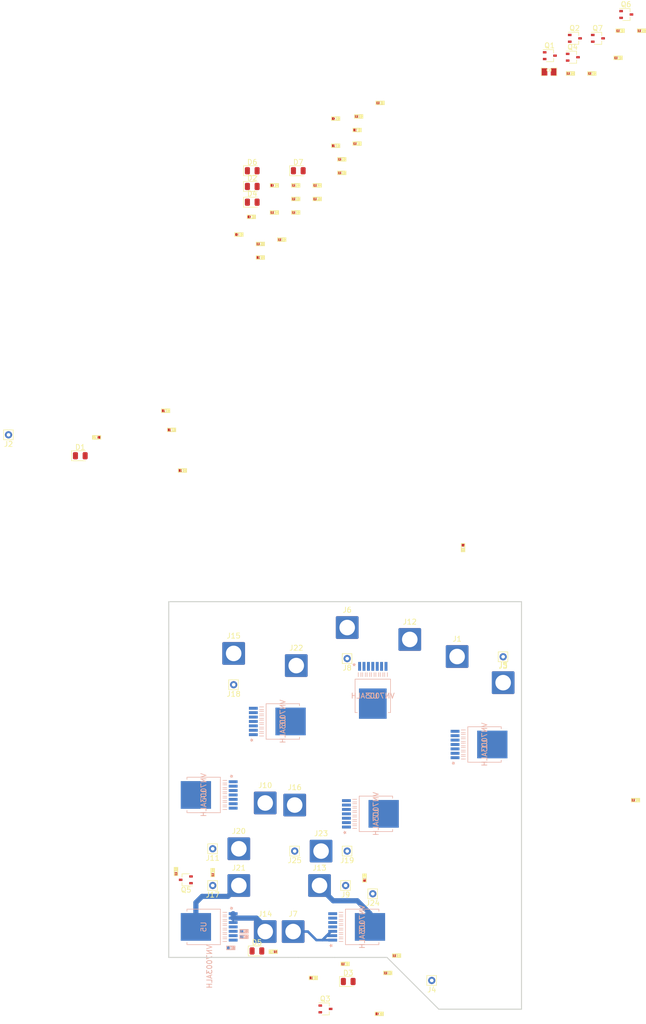
<source format=kicad_pcb>
(kicad_pcb (version 20171130) (host pcbnew 5.1.10-88a1d61d58~90~ubuntu20.04.1)
  (layers (0 F.Cu signal) (1 GND.Cu signal) (2 PW.Cu signal) (31 B.Cu signal) (34 B.Paste user) (35 F.Paste user) (36 B.SilkS user) (37 F.SilkS user) (38 B.Mask user) (39 F.Mask user) (44 Edge.Cuts user))
  (net 0 "")
  (net 1 "Net-(C1-Pad1)")
  (net 2 GND)
  (net 3 "Net-(D1-Pad2)")
  (net 4 "Net-(J1-Pad1)")
  (net 5 "Net-(J3-Pad1)")
  (net 6 "Net-(R3-Pad1)")
  (net 7 "Net-(R4-Pad1)")
  (net 8 "Net-(C2-Pad1)")
  (net 9 "Net-(C3-Pad1)")
  (net 10 "Net-(C4-Pad1)")
  (net 11 "Net-(C5-Pad1)")
  (net 12 "Net-(C6-Pad1)")
  (net 13 "Net-(C7-Pad1)")
  (net 14 "Net-(D2-Pad2)")
  (net 15 "Net-(D3-Pad2)")
  (net 16 "Net-(D4-Pad2)")
  (net 17 "Net-(D5-Pad2)")
  (net 18 "Net-(D6-Pad2)")
  (net 19 "Net-(D7-Pad2)")
  (net 20 "Net-(J6-Pad1)")
  (net 21 "Net-(J7-Pad1)")
  (net 22 "Net-(J8-Pad1)")
  (net 23 "Net-(J9-Pad1)")
  (net 24 "Net-(J10-Pad1)")
  (net 25 "Net-(J11-Pad1)")
  (net 26 "Net-(J14-Pad1)")
  (net 27 "Net-(J15-Pad1)")
  (net 28 "Net-(J16-Pad1)")
  (net 29 "Net-(J17-Pad1)")
  (net 30 "Net-(J18-Pad1)")
  (net 31 "Net-(J19-Pad1)")
  (net 32 "Net-(R10-Pad1)")
  (net 33 "Net-(R11-Pad1)")
  (net 34 "Net-(R12-Pad1)")
  (net 35 "Net-(R13-Pad1)")
  (net 36 "Net-(R21-Pad1)")
  (net 37 "Net-(R22-Pad1)")
  (net 38 "Net-(R23-Pad1)")
  (net 39 "Net-(R24-Pad1)")
  (net 40 "Net-(R25-Pad1)")
  (net 41 "Net-(R26-Pad1)")
  (net 42 "Net-(R27-Pad1)")
  (net 43 "Net-(R28-Pad1)")
  (net 44 +3V3)
  (net 45 +12V)
  (net 46 "Net-(Q1-Pad3)")
  (net 47 "Net-(Q2-Pad3)")
  (net 48 "Net-(Q3-Pad3)")
  (net 49 "Net-(Q4-Pad3)")
  (net 50 "Net-(Q5-Pad3)")
  (net 51 "Net-(Q6-Pad3)")
  (net 52 "Net-(Q7-Pad3)")
  (net 53 "Net-(J24-Pad1)")
  (module LED_SMD:LED_0805_2012Metric (layer F.Cu) (at 95.5 36.45)
    (fp_text reference D1 (at 0 -1.65) (layer F.SilkS))
    (fp_text value LED)
    (pad 1 smd roundrect (at -0.9375 0) (size 0.975 1.4) (layers F.Cu F.Paste F.Mask) (net 2 GND))
    (pad 2 smd roundrect (at 0.9375 0) (size 0.975 1.4) (layers F.Cu F.Paste F.Mask) (net 3 "Net-(D1-Pad2)"))
  )
  (module Connector_Wire:SolderWire-2.5sqmm_1x01_D2.4mm_OD4.4mm (layer F.Cu) (at 168.35 75.25)
    (fp_text reference J1 (at 0 -3.4) (layer F.SilkS))
    (fp_text value OUT_DIP_LEFT)
    (pad 1 thru_hole roundrect (at 0 0) (size 4.4 4.4) (drill 3) (layers *.Cu *.Mask) (roundrect_rratio 0.056818) (net 4 "Net-(J1-Pad1)"))
  )
  (module Connector_Pin:Pin_D0.7mm_L6.5mm_W1.8mm_FlatFork (layer F.Cu) (at 177.25 75.3)
    (fp_text reference J3 (at 0 1.8) (layer F.SilkS))
    (fp_text value IN_DIP_LEFT)
    (pad 1 thru_hole circle (at 0 0) (size 1.4 1.4) (drill 0.7) (layers *.Cu *.Mask) (net 5 "Net-(J3-Pad1)"))
  )
  (module Connector_Wire:SolderWire-2.5sqmm_1x01_D2.4mm_OD4.4mm (layer F.Cu) (at 177.25 80.3)
    (fp_text reference J5 (at 0 -3.4) (layer F.SilkS))
    (fp_text value VBAT_DIP_LEFT)
    (pad 1 thru_hole roundrect (at 0 0) (size 4.4 4.4) (drill 3) (layers *.Cu *.Mask) (roundrect_rratio 0.057) (net 1 "Net-(C1-Pad1)"))
  )
  (module Yame_library:VN7003ALH (layer B.Cu) (at 173.65 92.25 90)
    (fp_text reference U1 (at 0 0 90) (layer B.SilkS) (effects (justify mirror)))
    (fp_text value VN7003ALH (at 0 0 90) (layer B.SilkS) (effects (justify mirror)))
    (fp_text user * (at -3.610001 -5.699999 90) (layer B.SilkS) (effects (justify mirror)))
    (fp_text user * (at -3.610001 -5.699999 90) (layer B.SilkS) (effects (justify mirror)))
    (pad 8 smd rect (at 0 1.5028 90) (size 5.3508 5.8612) (layers B.Cu B.Paste B.Mask) (net 1 "Net-(C1-Pad1)"))
    (pad 7 smd rect (at 2.55 -5.699999 90) (size 0.5708 1.7112) (layers B.Cu B.Paste B.Mask) (net 2 GND))
    (pad 6 smd rect (at 1.699999 -5.699999 90) (size 0.5708 1.7112) (layers B.Cu B.Paste B.Mask) (net 7 "Net-(R4-Pad1)"))
    (pad 5 smd rect (at 0.850001 -5.699999 90) (size 0.5708 1.7112) (layers B.Cu B.Paste B.Mask) (net 6 "Net-(R3-Pad1)"))
    (pad 4 smd rect (at 0 -5.699999 90) (size 0.5708 1.7112) (layers B.Cu B.Paste B.Mask) (net 46 "Net-(Q1-Pad3)"))
    (pad 3 smd rect (at -0.850001 -5.699999 90) (size 0.5708 1.7112) (layers B.Cu B.Paste B.Mask) (net 4 "Net-(J1-Pad1)"))
    (pad 2 smd rect (at -1.699999 -5.699999 90) (size 0.5708 1.7112) (layers B.Cu B.Paste B.Mask) (net 4 "Net-(J1-Pad1)"))
    (pad 1 smd rect (at -2.55 -5.699999 90) (size 0.5708 1.7112) (layers B.Cu B.Paste B.Mask) (net 4 "Net-(J1-Pad1)"))
  )
  (module LED_SMD:LED_0805_2012Metric (layer F.Cu) (at 128.745001 -15.589999)
    (fp_text reference D2 (at 0 -1.65) (layer F.SilkS))
    (fp_text value LED)
    (pad 2 smd roundrect (at 0.9375 0) (size 0.975 1.4) (layers F.Cu F.Paste F.Mask) (net 14 "Net-(D2-Pad2)"))
    (pad 1 smd roundrect (at -0.9375 0) (size 0.975 1.4) (layers F.Cu F.Paste F.Mask) (net 2 GND))
  )
  (module LED_SMD:LED_0805_2012Metric (layer F.Cu) (at 147.3 138.05)
    (fp_text reference D3 (at 0 -1.65) (layer F.SilkS))
    (fp_text value LED)
    (pad 1 smd roundrect (at -0.9375 0) (size 0.975 1.4) (layers F.Cu F.Paste F.Mask) (net 2 GND))
    (pad 2 smd roundrect (at 0.9375 0) (size 0.975 1.4) (layers F.Cu F.Paste F.Mask) (net 15 "Net-(D3-Pad2)"))
  )
  (module LED_SMD:LED_0805_2012Metric (layer F.Cu) (at 128.745001 -12.549999)
    (fp_text reference D4 (at 0 -1.65) (layer F.SilkS))
    (fp_text value LED)
    (pad 1 smd roundrect (at -0.9375 0) (size 0.975 1.4) (layers F.Cu F.Paste F.Mask) (net 2 GND))
    (pad 2 smd roundrect (at 0.9375 0) (size 0.975 1.4) (layers F.Cu F.Paste F.Mask) (net 16 "Net-(D4-Pad2)"))
  )
  (module LED_SMD:LED_0805_2012Metric (layer F.Cu) (at 129.65 132.15)
    (fp_text reference D5 (at 0 -1.65) (layer F.SilkS))
    (fp_text value LED)
    (pad 1 smd roundrect (at -0.9375 0) (size 0.975 1.4) (layers F.Cu F.Paste F.Mask) (net 2 GND))
    (pad 2 smd roundrect (at 0.9375 0) (size 0.975 1.4) (layers F.Cu F.Paste F.Mask) (net 17 "Net-(D5-Pad2)"))
  )
  (module LED_SMD:LED_0805_2012Metric (layer F.Cu) (at 128.745001 -18.629999)
    (fp_text reference D6 (at 0 -1.65) (layer F.SilkS))
    (fp_text value LED)
    (pad 2 smd roundrect (at 0.9375 0) (size 0.975 1.4) (layers F.Cu F.Paste F.Mask) (net 18 "Net-(D6-Pad2)"))
    (pad 1 smd roundrect (at -0.9375 0) (size 0.975 1.4) (layers F.Cu F.Paste F.Mask) (net 2 GND))
  )
  (module LED_SMD:LED_0805_2012Metric (layer F.Cu) (at 137.645001 -18.629999)
    (fp_text reference D7 (at 0 -1.65) (layer F.SilkS))
    (fp_text value LED)
    (pad 2 smd roundrect (at 0.9375 0) (size 0.975 1.4) (layers F.Cu F.Paste F.Mask) (net 19 "Net-(D7-Pad2)"))
    (pad 1 smd roundrect (at -0.9375 0) (size 0.975 1.4) (layers F.Cu F.Paste F.Mask) (net 2 GND))
  )
  (module Connector_Wire:SolderWire-2.5sqmm_1x01_D2.4mm_OD4.4mm (layer F.Cu) (at 147.1 69.65)
    (fp_text reference J6 (at 0 -3.4) (layer F.SilkS))
    (fp_text value OUT_MB_LEFT)
    (pad 1 thru_hole roundrect (at 0 0) (size 4.4 4.4) (drill 3) (layers *.Cu *.Mask) (roundrect_rratio 0.056818) (net 20 "Net-(J6-Pad1)"))
  )
  (module Connector_Wire:SolderWire-2.5sqmm_1x01_D2.4mm_OD4.4mm (layer F.Cu) (at 136.65 128.4)
    (fp_text reference J7 (at 0 -3.4) (layer F.SilkS))
    (fp_text value OUT_PARKING_LIGHT)
    (pad 1 thru_hole roundrect (at 0 0) (size 4.4 4.4) (drill 3) (layers *.Cu *.Mask) (roundrect_rratio 0.056818) (net 21 "Net-(J7-Pad1)"))
  )
  (module Connector_Pin:Pin_D0.7mm_L6.5mm_W1.8mm_FlatFork (layer F.Cu) (at 147.1 75.65)
    (fp_text reference J8 (at 0 1.8) (layer F.SilkS))
    (fp_text value IN_MB_LEFT)
    (pad 1 thru_hole circle (at 0 0) (size 1.4 1.4) (drill 0.7) (layers *.Cu *.Mask) (net 22 "Net-(J8-Pad1)"))
  )
  (module Connector_Pin:Pin_D0.7mm_L6.5mm_W1.8mm_FlatFork (layer F.Cu) (at 146.8 119.5)
    (fp_text reference J9 (at 0 1.8) (layer F.SilkS))
    (fp_text value IN_PARKING_LIGHT)
    (pad 1 thru_hole circle (at 0 0) (size 1.4 1.4) (drill 0.7) (layers *.Cu *.Mask) (net 23 "Net-(J9-Pad1)"))
  )
  (module Connector_Wire:SolderWire-2.5sqmm_1x01_D2.4mm_OD4.4mm (layer F.Cu) (at 131.25 103.55)
    (fp_text reference J10 (at 0 -3.4) (layer F.SilkS))
    (fp_text value OUT_AC_REC)
    (pad 1 thru_hole roundrect (at 0 0) (size 4.4 4.4) (drill 3) (layers *.Cu *.Mask) (roundrect_rratio 0.056818) (net 24 "Net-(J10-Pad1)"))
  )
  (module Connector_Pin:Pin_D0.7mm_L6.5mm_W1.8mm_FlatFork (layer F.Cu) (at 121.1 112.4)
    (fp_text reference J11 (at 0 1.8) (layer F.SilkS))
    (fp_text value IN_AC_REC)
    (pad 1 thru_hole circle (at 0 0) (size 1.4 1.4) (drill 0.7) (layers *.Cu *.Mask) (net 25 "Net-(J11-Pad1)"))
  )
  (module Connector_Wire:SolderWire-2.5sqmm_1x01_D2.4mm_OD4.4mm (layer F.Cu) (at 159.2 71.95)
    (fp_text reference J12 (at 0 -3.4) (layer F.SilkS))
    (fp_text value VBAT_MB_LEFT)
    (pad 1 thru_hole roundrect (at 0 0) (size 4.4 4.4) (drill 3) (layers *.Cu *.Mask) (roundrect_rratio 0.056818) (net 8 "Net-(C2-Pad1)"))
  )
  (module Connector_Wire:SolderWire-2.5sqmm_1x01_D2.4mm_OD4.4mm (layer F.Cu) (at 141.75 119.5)
    (fp_text reference J13 (at 0 -3.4) (layer F.SilkS))
    (fp_text value VBAT_PARKING_LIGHT)
    (pad 1 thru_hole roundrect (at 0 0) (size 4.4 4.4) (drill 3) (layers *.Cu *.Mask) (roundrect_rratio 0.056818) (net 9 "Net-(C3-Pad1)"))
  )
  (module Connector_Wire:SolderWire-2.5sqmm_1x01_D2.4mm_OD4.4mm (layer F.Cu) (at 131.25 128.4)
    (fp_text reference J14 (at 0 -3.4) (layer F.SilkS))
    (fp_text value OUT_DIP_RIGHT)
    (pad 1 thru_hole roundrect (at 0 0) (size 4.4 4.4) (drill 3) (layers *.Cu *.Mask) (roundrect_rratio 0.056818) (net 26 "Net-(J14-Pad1)"))
  )
  (module Connector_Wire:SolderWire-2.5sqmm_1x01_D2.4mm_OD4.4mm (layer F.Cu) (at 125.15 74.65)
    (fp_text reference J15 (at 0 -3.4) (layer F.SilkS))
    (fp_text value OUT_MB_RIGHT)
    (pad 1 thru_hole roundrect (at 0 0) (size 4.4 4.4) (drill 3) (layers *.Cu *.Mask) (roundrect_rratio 0.056818) (net 27 "Net-(J15-Pad1)"))
  )
  (module Connector_Wire:SolderWire-2.5sqmm_1x01_D2.4mm_OD4.4mm (layer F.Cu) (at 136.95 103.95)
    (fp_text reference J16 (at 0 -3.4) (layer F.SilkS))
    (fp_text value OUT_FOG_LIGHT)
    (pad 1 thru_hole roundrect (at 0 0) (size 4.4 4.4) (drill 3) (layers *.Cu *.Mask) (roundrect_rratio 0.056818) (net 28 "Net-(J16-Pad1)"))
  )
  (module Connector_Pin:Pin_D0.7mm_L6.5mm_W1.8mm_FlatFork (layer F.Cu) (at 121.1 119.5)
    (fp_text reference J17 (at 0 1.8) (layer F.SilkS))
    (fp_text value IN_DIP_RIGHT)
    (pad 1 thru_hole circle (at 0 0) (size 1.4 1.4) (drill 0.7) (layers *.Cu *.Mask) (net 29 "Net-(J17-Pad1)"))
  )
  (module Connector_Pin:Pin_D0.7mm_L6.5mm_W1.8mm_FlatFork (layer F.Cu) (at 125.15 80.7)
    (fp_text reference J18 (at 0 1.8) (layer F.SilkS))
    (fp_text value IN_MB_RIGHT)
    (pad 1 thru_hole circle (at 0 0) (size 1.4 1.4) (drill 0.7) (layers *.Cu *.Mask) (net 30 "Net-(J18-Pad1)"))
  )
  (module Connector_Pin:Pin_D0.7mm_L6.5mm_W1.8mm_FlatFork (layer F.Cu) (at 147.1 112.85)
    (fp_text reference J19 (at 0 1.8) (layer F.SilkS))
    (fp_text value IN_FOG_LIGHT)
    (pad 1 thru_hole circle (at 0 0) (size 1.4 1.4) (drill 0.7) (layers *.Cu *.Mask) (net 31 "Net-(J19-Pad1)"))
  )
  (module Connector_Wire:SolderWire-2.5sqmm_1x01_D2.4mm_OD4.4mm (layer F.Cu) (at 126.15 112.4)
    (fp_text reference J20 (at 0 -3.4) (layer F.SilkS))
    (fp_text value VBAT_AC_REC)
    (pad 1 thru_hole roundrect (at 0 0) (size 4.4 4.4) (drill 3) (layers *.Cu *.Mask) (roundrect_rratio 0.056818) (net 10 "Net-(C4-Pad1)"))
  )
  (module Connector_Wire:SolderWire-2.5sqmm_1x01_D2.4mm_OD4.4mm (layer F.Cu) (at 126.15 119.5)
    (fp_text reference J21 (at 0 -3.4) (layer F.SilkS))
    (fp_text value VBAT_DIP_RIGHT)
    (pad 1 thru_hole roundrect (at 0 0) (size 4.4 4.4) (drill 3) (layers *.Cu *.Mask) (roundrect_rratio 0.056818) (net 11 "Net-(C5-Pad1)"))
  )
  (module Connector_Wire:SolderWire-2.5sqmm_1x01_D2.4mm_OD4.4mm (layer F.Cu) (at 137.25 77)
    (fp_text reference J22 (at 0 -3.4) (layer F.SilkS))
    (fp_text value VBAT_MB_RIGHT)
    (pad 1 thru_hole roundrect (at 0 0) (size 4.4 4.4) (drill 3) (layers *.Cu *.Mask) (roundrect_rratio 0.056818) (net 12 "Net-(C6-Pad1)"))
  )
  (module Connector_Wire:SolderWire-2.5sqmm_1x01_D2.4mm_OD4.4mm (layer F.Cu) (at 142.05 112.85)
    (fp_text reference J23 (at 0 -3.4) (layer F.SilkS))
    (fp_text value VBAT_FOG_LIGHT)
    (pad 1 thru_hole roundrect (at 0 0) (size 4.4 4.4) (drill 3) (layers *.Cu *.Mask) (roundrect_rratio 0.056818) (net 13 "Net-(C7-Pad1)"))
  )
  (module Yame_library:VN7003ALH (layer B.Cu) (at 152.05 82.85)
    (fp_text reference U2 (at 0 0) (layer B.SilkS) (effects (justify mirror)))
    (fp_text value VN7003ALH (at 0 0) (layer B.SilkS) (effects (justify mirror)))
    (fp_text user * (at -3.610001 -5.699999) (layer B.SilkS) (effects (justify mirror)))
    (fp_text user * (at -3.610001 -5.699999) (layer B.SilkS) (effects (justify mirror)))
    (pad 8 smd rect (at 0 1.5028) (size 5.3508 5.8612) (layers B.Cu B.Paste B.Mask) (net 8 "Net-(C2-Pad1)"))
    (pad 7 smd rect (at 2.55 -5.699999) (size 0.5708 1.7112) (layers B.Cu B.Paste B.Mask) (net 2 GND))
    (pad 6 smd rect (at 1.699999 -5.699999) (size 0.5708 1.7112) (layers B.Cu B.Paste B.Mask) (net 34 "Net-(R12-Pad1)"))
    (pad 5 smd rect (at 0.850001 -5.699999) (size 0.5708 1.7112) (layers B.Cu B.Paste B.Mask) (net 32 "Net-(R10-Pad1)"))
    (pad 4 smd rect (at 0 -5.699999) (size 0.5708 1.7112) (layers B.Cu B.Paste B.Mask) (net 47 "Net-(Q2-Pad3)"))
    (pad 3 smd rect (at -0.850001 -5.699999) (size 0.5708 1.7112) (layers B.Cu B.Paste B.Mask) (net 20 "Net-(J6-Pad1)"))
    (pad 2 smd rect (at -1.699999 -5.699999) (size 0.5708 1.7112) (layers B.Cu B.Paste B.Mask) (net 20 "Net-(J6-Pad1)"))
    (pad 1 smd rect (at -2.55 -5.699999) (size 0.5708 1.7112) (layers B.Cu B.Paste B.Mask) (net 20 "Net-(J6-Pad1)"))
  )
  (module Yame_library:VN7003ALH (layer B.Cu) (at 150 127.5 90)
    (fp_text reference U3 (at 0 0 -90) (layer B.SilkS) (effects (justify mirror)))
    (fp_text value VN7003ALH (at 0 0 -90) (layer B.SilkS) (effects (justify mirror)))
    (fp_text user * (at -3.610001 -5.699999 -90) (layer B.SilkS) (effects (justify mirror)))
    (fp_text user * (at -3.610001 -5.699999 -90) (layer B.SilkS) (effects (justify mirror)))
    (pad 1 smd rect (at -2.55 -5.699999 90) (size 0.5708 1.7112) (layers B.Cu B.Paste B.Mask) (net 21 "Net-(J7-Pad1)"))
    (pad 2 smd rect (at -1.699999 -5.699999 90) (size 0.5708 1.7112) (layers B.Cu B.Paste B.Mask) (net 21 "Net-(J7-Pad1)"))
    (pad 3 smd rect (at -0.850001 -5.699999 90) (size 0.5708 1.7112) (layers B.Cu B.Paste B.Mask) (net 21 "Net-(J7-Pad1)"))
    (pad 4 smd rect (at 0 -5.699999 90) (size 0.5708 1.7112) (layers B.Cu B.Paste B.Mask) (net 48 "Net-(Q3-Pad3)"))
    (pad 5 smd rect (at 0.850001 -5.699999 90) (size 0.5708 1.7112) (layers B.Cu B.Paste B.Mask) (net 33 "Net-(R11-Pad1)"))
    (pad 6 smd rect (at 1.699999 -5.699999 90) (size 0.5708 1.7112) (layers B.Cu B.Paste B.Mask) (net 35 "Net-(R13-Pad1)"))
    (pad 7 smd rect (at 2.55 -5.699999 90) (size 0.5708 1.7112) (layers B.Cu B.Paste B.Mask) (net 2 GND))
    (pad 8 smd rect (at 0 1.5028 90) (size 5.3508 5.8612) (layers B.Cu B.Paste B.Mask) (net 9 "Net-(C3-Pad1)"))
  )
  (module Yame_library:VN7003ALH (layer B.Cu) (at 119.35 102 270)
    (fp_text reference U4 (at 0 0 90) (layer B.SilkS) (effects (justify mirror)))
    (fp_text value VN7003ALH (at 0 0 90) (layer B.SilkS) (effects (justify mirror)))
    (fp_text user * (at -3.610001 -5.699999 90) (layer B.SilkS) (effects (justify mirror)))
    (fp_text user * (at -3.610001 -5.699999 90) (layer B.SilkS) (effects (justify mirror)))
    (pad 1 smd rect (at -2.55 -5.699999 270) (size 0.5708 1.7112) (layers B.Cu B.Paste B.Mask) (net 24 "Net-(J10-Pad1)"))
    (pad 2 smd rect (at -1.699999 -5.699999 270) (size 0.5708 1.7112) (layers B.Cu B.Paste B.Mask) (net 24 "Net-(J10-Pad1)"))
    (pad 3 smd rect (at -0.850001 -5.699999 270) (size 0.5708 1.7112) (layers B.Cu B.Paste B.Mask) (net 24 "Net-(J10-Pad1)"))
    (pad 4 smd rect (at 0 -5.699999 270) (size 0.5708 1.7112) (layers B.Cu B.Paste B.Mask) (net 49 "Net-(Q4-Pad3)"))
    (pad 5 smd rect (at 0.850001 -5.699999 270) (size 0.5708 1.7112) (layers B.Cu B.Paste B.Mask) (net 36 "Net-(R21-Pad1)"))
    (pad 6 smd rect (at 1.699999 -5.699999 270) (size 0.5708 1.7112) (layers B.Cu B.Paste B.Mask) (net 37 "Net-(R22-Pad1)"))
    (pad 7 smd rect (at 2.55 -5.699999 270) (size 0.5708 1.7112) (layers B.Cu B.Paste B.Mask) (net 2 GND))
    (pad 8 smd rect (at 0 1.5028 270) (size 5.3508 5.8612) (layers B.Cu B.Paste B.Mask) (net 10 "Net-(C4-Pad1)"))
  )
  (module Yame_library:VN7003ALH (layer B.Cu) (at 119.35 127.5 270)
    (fp_text reference U5 (at 0 0 90) (layer B.SilkS) (effects (justify mirror)))
    (fp_text value VN7003ALH (at 7.675 -1.125 90) (layer B.SilkS) (effects (justify mirror)))
    (fp_text user * (at -3.610001 -5.699999 90) (layer B.SilkS) (effects (justify mirror)))
    (fp_text user * (at -3.610001 -5.699999 90) (layer B.SilkS) (effects (justify mirror)))
    (pad 8 smd rect (at 0 1.5028 270) (size 5.3508 5.8612) (layers B.Cu B.Paste B.Mask) (net 11 "Net-(C5-Pad1)"))
    (pad 7 smd rect (at 2.55 -5.699999 270) (size 0.5708 1.7112) (layers B.Cu B.Paste B.Mask) (net 2 GND))
    (pad 6 smd rect (at 1.699999 -5.699999 270) (size 0.5708 1.7112) (layers B.Cu B.Paste B.Mask) (net 41 "Net-(R26-Pad1)"))
    (pad 5 smd rect (at 0.850001 -5.699999 270) (size 0.5708 1.7112) (layers B.Cu B.Paste B.Mask) (net 38 "Net-(R23-Pad1)"))
    (pad 4 smd rect (at 0 -5.699999 270) (size 0.5708 1.7112) (layers B.Cu B.Paste B.Mask) (net 50 "Net-(Q5-Pad3)"))
    (pad 3 smd rect (at -0.850001 -5.699999 270) (size 0.5708 1.7112) (layers B.Cu B.Paste B.Mask) (net 26 "Net-(J14-Pad1)"))
    (pad 2 smd rect (at -1.699999 -5.699999 270) (size 0.5708 1.7112) (layers B.Cu B.Paste B.Mask) (net 26 "Net-(J14-Pad1)"))
    (pad 1 smd rect (at -2.55 -5.699999 270) (size 0.5708 1.7112) (layers B.Cu B.Paste B.Mask) (net 26 "Net-(J14-Pad1)"))
  )
  (module Yame_library:VN7003ALH (layer B.Cu) (at 134.65 87.8 90)
    (fp_text reference U6 (at 0 0 270) (layer B.SilkS) (effects (justify mirror)))
    (fp_text value VN7003ALH (at 0 0 270) (layer B.SilkS) (effects (justify mirror)))
    (fp_text user * (at -3.610001 -5.699999 270) (layer B.SilkS) (effects (justify mirror)))
    (fp_text user * (at -3.610001 -5.699999 270) (layer B.SilkS) (effects (justify mirror)))
    (pad 8 smd rect (at 0 1.5028 90) (size 5.3508 5.8612) (layers B.Cu B.Paste B.Mask) (net 12 "Net-(C6-Pad1)"))
    (pad 7 smd rect (at 2.55 -5.699999 90) (size 0.5708 1.7112) (layers B.Cu B.Paste B.Mask) (net 2 GND))
    (pad 6 smd rect (at 1.699999 -5.699999 90) (size 0.5708 1.7112) (layers B.Cu B.Paste B.Mask) (net 42 "Net-(R27-Pad1)"))
    (pad 5 smd rect (at 0.850001 -5.699999 90) (size 0.5708 1.7112) (layers B.Cu B.Paste B.Mask) (net 39 "Net-(R24-Pad1)"))
    (pad 4 smd rect (at 0 -5.699999 90) (size 0.5708 1.7112) (layers B.Cu B.Paste B.Mask) (net 51 "Net-(Q6-Pad3)"))
    (pad 3 smd rect (at -0.850001 -5.699999 90) (size 0.5708 1.7112) (layers B.Cu B.Paste B.Mask) (net 27 "Net-(J15-Pad1)"))
    (pad 2 smd rect (at -1.699999 -5.699999 90) (size 0.5708 1.7112) (layers B.Cu B.Paste B.Mask) (net 27 "Net-(J15-Pad1)"))
    (pad 1 smd rect (at -2.55 -5.699999 90) (size 0.5708 1.7112) (layers B.Cu B.Paste B.Mask) (net 27 "Net-(J15-Pad1)"))
  )
  (module Yame_library:VN7003ALH (layer B.Cu) (at 152.65 105.65 90)
    (fp_text reference U7 (at 0 0 90) (layer B.SilkS) (effects (justify mirror)))
    (fp_text value VN7003ALH (at 0 0 90) (layer B.SilkS) (effects (justify mirror)))
    (fp_text user * (at -3.610001 -5.699999 90) (layer B.SilkS) (effects (justify mirror)))
    (fp_text user * (at -3.610001 -5.699999 90) (layer B.SilkS) (effects (justify mirror)))
    (pad 1 smd rect (at -2.55 -5.699999 90) (size 0.5708 1.7112) (layers B.Cu B.Paste B.Mask) (net 28 "Net-(J16-Pad1)"))
    (pad 2 smd rect (at -1.699999 -5.699999 90) (size 0.5708 1.7112) (layers B.Cu B.Paste B.Mask) (net 28 "Net-(J16-Pad1)"))
    (pad 3 smd rect (at -0.850001 -5.699999 90) (size 0.5708 1.7112) (layers B.Cu B.Paste B.Mask) (net 28 "Net-(J16-Pad1)"))
    (pad 4 smd rect (at 0 -5.699999 90) (size 0.5708 1.7112) (layers B.Cu B.Paste B.Mask) (net 52 "Net-(Q7-Pad3)"))
    (pad 5 smd rect (at 0.850001 -5.699999 90) (size 0.5708 1.7112) (layers B.Cu B.Paste B.Mask) (net 40 "Net-(R25-Pad1)"))
    (pad 6 smd rect (at 1.699999 -5.699999 90) (size 0.5708 1.7112) (layers B.Cu B.Paste B.Mask) (net 43 "Net-(R28-Pad1)"))
    (pad 7 smd rect (at 2.55 -5.699999 90) (size 0.5708 1.7112) (layers B.Cu B.Paste B.Mask) (net 2 GND))
    (pad 8 smd rect (at 0 1.5028 90) (size 5.3508 5.8612) (layers B.Cu B.Paste B.Mask) (net 13 "Net-(C7-Pad1)"))
  )
  (module Yame_library:SM0805-MR (layer F.Cu) (at 186.123531 -37.728469)
    (fp_text reference C8 (at 0 -0.3175) (layer F.SilkS) (effects (font (size 0.50038 0.50038) (thickness 0.10922))))
    (fp_text value 22u hide)
    (pad 2 smd rect (at 0.875 0) (size 1.1 1.4) (layers F.Cu F.Paste F.Mask) (net 2 GND))
    (pad 1 smd rect (at -0.875 0) (size 1.1 1.4) (layers F.Cu F.Paste F.Mask) (net 44 +3V3))
  )
  (module Package_TO_SOT_SMD:SOT-323_SC-70 (layer F.Cu) (at 186.275001 -40.864999)
    (fp_text reference Q1 (at -0.05 -1.95) (layer F.SilkS))
    (fp_text value DTC143Z)
    (pad 1 smd rect (at -1 -0.65 270) (size 0.45 0.7) (layers F.Cu F.Paste F.Mask) (net 5 "Net-(J3-Pad1)"))
    (pad 2 smd rect (at -1 0.65 270) (size 0.45 0.7) (layers F.Cu F.Paste F.Mask) (net 2 GND))
    (pad 3 smd rect (at 1 0 270) (size 0.45 0.7) (layers F.Cu F.Paste F.Mask) (net 46 "Net-(Q1-Pad3)"))
  )
  (module Package_TO_SOT_SMD:SOT-323_SC-70 (layer F.Cu) (at 191.125001 -44.214999)
    (fp_text reference Q2 (at -0.05 -1.95) (layer F.SilkS))
    (fp_text value DTC143Z)
    (pad 1 smd rect (at -1 -0.65 270) (size 0.45 0.7) (layers F.Cu F.Paste F.Mask) (net 22 "Net-(J8-Pad1)"))
    (pad 2 smd rect (at -1 0.65 270) (size 0.45 0.7) (layers F.Cu F.Paste F.Mask) (net 2 GND))
    (pad 3 smd rect (at 1 0 270) (size 0.45 0.7) (layers F.Cu F.Paste F.Mask) (net 47 "Net-(Q2-Pad3)"))
  )
  (module Package_TO_SOT_SMD:SOT-323_SC-70 (layer F.Cu) (at 142.9 143.35)
    (fp_text reference Q3 (at -0.05 -1.95) (layer F.SilkS))
    (fp_text value DTC143Z)
    (pad 3 smd rect (at 1 0 270) (size 0.45 0.7) (layers F.Cu F.Paste F.Mask) (net 48 "Net-(Q3-Pad3)"))
    (pad 2 smd rect (at -1 0.65 270) (size 0.45 0.7) (layers F.Cu F.Paste F.Mask) (net 2 GND))
    (pad 1 smd rect (at -1 -0.65 270) (size 0.45 0.7) (layers F.Cu F.Paste F.Mask) (net 23 "Net-(J9-Pad1)"))
  )
  (module Package_TO_SOT_SMD:SOT-323_SC-70 (layer F.Cu) (at 190.725001 -40.564999)
    (fp_text reference Q4 (at -0.05 -1.95) (layer F.SilkS))
    (fp_text value DTC143Z)
    (pad 3 smd rect (at 1 0 270) (size 0.45 0.7) (layers F.Cu F.Paste F.Mask) (net 49 "Net-(Q4-Pad3)"))
    (pad 2 smd rect (at -1 0.65 270) (size 0.45 0.7) (layers F.Cu F.Paste F.Mask) (net 2 GND))
    (pad 1 smd rect (at -1 -0.65 270) (size 0.45 0.7) (layers F.Cu F.Paste F.Mask) (net 25 "Net-(J11-Pad1)"))
  )
  (module Package_TO_SOT_SMD:SOT-323_SC-70 (layer F.Cu) (at 115.9 118.4 180)
    (fp_text reference Q5 (at -0.05 -1.95) (layer F.SilkS))
    (fp_text value DTC143Z)
    (pad 3 smd rect (at 1 0 90) (size 0.45 0.7) (layers F.Cu F.Paste F.Mask) (net 50 "Net-(Q5-Pad3)"))
    (pad 2 smd rect (at -1 0.65 90) (size 0.45 0.7) (layers F.Cu F.Paste F.Mask) (net 2 GND))
    (pad 1 smd rect (at -1 -0.65 90) (size 0.45 0.7) (layers F.Cu F.Paste F.Mask) (net 29 "Net-(J17-Pad1)"))
  )
  (module Package_TO_SOT_SMD:SOT-323_SC-70 (layer F.Cu) (at 201.055001 -48.824999)
    (fp_text reference Q6 (at -0.05 -1.95) (layer F.SilkS))
    (fp_text value DTC143Z)
    (pad 1 smd rect (at -1 -0.65 270) (size 0.45 0.7) (layers F.Cu F.Paste F.Mask) (net 30 "Net-(J18-Pad1)"))
    (pad 2 smd rect (at -1 0.65 270) (size 0.45 0.7) (layers F.Cu F.Paste F.Mask) (net 2 GND))
    (pad 3 smd rect (at 1 0 270) (size 0.45 0.7) (layers F.Cu F.Paste F.Mask) (net 51 "Net-(Q6-Pad3)"))
  )
  (module Package_TO_SOT_SMD:SOT-323_SC-70 (layer F.Cu) (at 195.575001 -44.214999)
    (fp_text reference Q7 (at -0.05 -1.95) (layer F.SilkS))
    (fp_text value DTC143Z)
    (pad 1 smd rect (at -1 -0.65 270) (size 0.45 0.7) (layers F.Cu F.Paste F.Mask) (net 31 "Net-(J19-Pad1)"))
    (pad 2 smd rect (at -1 0.65 270) (size 0.45 0.7) (layers F.Cu F.Paste F.Mask) (net 2 GND))
    (pad 3 smd rect (at 1 0 270) (size 0.45 0.7) (layers F.Cu F.Paste F.Mask) (net 52 "Net-(Q7-Pad3)"))
  )
  (module Yame_library:SM0402-MR (layer F.Cu) (at 169.5 54.2 270)
    (fp_text reference C1 (at 0 0 90) (layer F.SilkS) (effects (font (size 0.45 0.45) (thickness 0.07))))
    (fp_text value 100n hide)
    (pad 2 smd rect (at 0.425 0 270) (size 0.6 0.55) (layers F.Cu F.Paste F.SilkS F.Mask) (net 2 GND))
    (pad 1 smd rect (at -0.425 0 270) (size 0.6 0.55) (layers F.Cu F.Paste F.Mask) (net 1 "Net-(C1-Pad1)"))
  )
  (module Yame_library:SM0402-MR (layer F.Cu) (at 126.173531 -6.298469)
    (fp_text reference C2 (at 0 0) (layer F.SilkS) (effects (font (size 0.45 0.45) (thickness 0.07))))
    (fp_text value 100n hide)
    (pad 2 smd rect (at 0.425 0) (size 0.6 0.55) (layers F.Cu F.Paste F.SilkS F.Mask) (net 2 GND))
    (pad 1 smd rect (at -0.425 0) (size 0.6 0.55) (layers F.Cu F.Paste F.Mask) (net 8 "Net-(C2-Pad1)"))
  )
  (module Yame_library:SM0402-MR (layer F.Cu) (at 153.3 144.3)
    (fp_text reference C3 (at 0 0) (layer F.SilkS) (effects (font (size 0.45 0.45) (thickness 0.07))))
    (fp_text value 100n hide)
    (pad 2 smd rect (at 0.425 0) (size 0.6 0.55) (layers F.Cu F.Paste F.SilkS F.Mask) (net 2 GND))
    (pad 1 smd rect (at -0.425 0) (size 0.6 0.55) (layers F.Cu F.Paste F.Mask) (net 9 "Net-(C3-Pad1)"))
  )
  (module Yame_library:SM0402-MR (layer F.Cu) (at 144.873531 -28.698469)
    (fp_text reference C4 (at 0 0) (layer F.SilkS) (effects (font (size 0.45 0.45) (thickness 0.07))))
    (fp_text value 100n hide)
    (pad 2 smd rect (at 0.425 0) (size 0.6 0.55) (layers F.Cu F.Paste F.SilkS F.Mask) (net 2 GND))
    (pad 1 smd rect (at -0.425 0) (size 0.6 0.55) (layers F.Cu F.Paste F.Mask) (net 10 "Net-(C4-Pad1)"))
  )
  (module Yame_library:SM0402-MR (layer B.Cu) (at 124.6 131.55)
    (fp_text reference C5 (at 0 0) (layer B.SilkS) (effects (font (size 0.45 0.45) (thickness 0.07)) (justify mirror)))
    (fp_text value 100n hide)
    (pad 2 smd rect (at 0.425 0) (size 0.6 0.55) (layers B.Cu B.Paste B.SilkS B.Mask) (net 2 GND))
    (pad 1 smd rect (at -0.425 0) (size 0.6 0.55) (layers B.Cu B.Paste B.Mask) (net 11 "Net-(C5-Pad1)"))
  )
  (module Yame_library:SM0402-MR (layer F.Cu) (at 128.573531 -9.718469)
    (fp_text reference C6 (at 0 0) (layer F.SilkS) (effects (font (size 0.45 0.45) (thickness 0.07))))
    (fp_text value 100n hide)
    (pad 1 smd rect (at -0.425 0) (size 0.6 0.55) (layers F.Cu F.Paste F.Mask) (net 12 "Net-(C6-Pad1)"))
    (pad 2 smd rect (at 0.425 0) (size 0.6 0.55) (layers F.Cu F.Paste F.SilkS F.Mask) (net 2 GND))
  )
  (module Yame_library:SM0402-MR (layer F.Cu) (at 133.023531 -15.798469)
    (fp_text reference C7 (at 0 0) (layer F.SilkS) (effects (font (size 0.45 0.45) (thickness 0.07))))
    (fp_text value 100n hide)
    (pad 1 smd rect (at -0.425 0) (size 0.6 0.55) (layers F.Cu F.Paste F.Mask) (net 13 "Net-(C7-Pad1)"))
    (pad 2 smd rect (at 0.425 0) (size 0.6 0.55) (layers F.Cu F.Paste F.SilkS F.Mask) (net 2 GND))
  )
  (module Yame_library:SM0402-MR (layer F.Cu) (at 98.65 32.9 180)
    (fp_text reference R1 (at 0 0) (layer F.SilkS) (effects (font (size 0.45 0.45) (thickness 0.07))))
    (fp_text value 1k hide)
    (pad 1 smd rect (at -0.425 0 180) (size 0.6 0.55) (layers F.Cu F.Paste F.Mask) (net 4 "Net-(J1-Pad1)"))
    (pad 2 smd rect (at 0.425 0 180) (size 0.6 0.55) (layers F.Cu F.Paste F.SilkS F.Mask) (net 3 "Net-(D1-Pad2)"))
  )
  (module Yame_library:SM0402-MR (layer F.Cu) (at 112 27.75)
    (fp_text reference R2 (at 0 0) (layer F.SilkS) (effects (font (size 0.45 0.45) (thickness 0.07))))
    (fp_text value 15k hide)
    (pad 2 smd rect (at 0.425 0) (size 0.6 0.55) (layers F.Cu F.Paste F.SilkS F.Mask) (net 44 +3V3))
    (pad 1 smd rect (at -0.425 0) (size 0.6 0.55) (layers F.Cu F.Paste F.Mask) (net 46 "Net-(Q1-Pad3)"))
  )
  (module Yame_library:SM0402-MR (layer F.Cu) (at 113.15 31.45)
    (fp_text reference R3 (at 0 0) (layer F.SilkS) (effects (font (size 0.45 0.45) (thickness 0.07))))
    (fp_text value 1k hide)
    (pad 2 smd rect (at 0.425 0) (size 0.6 0.55) (layers F.Cu F.Paste F.SilkS F.Mask) (net 2 GND))
    (pad 1 smd rect (at -0.425 0) (size 0.6 0.55) (layers F.Cu F.Paste F.Mask) (net 6 "Net-(R3-Pad1)"))
  )
  (module Yame_library:SM0402-MR (layer F.Cu) (at 115.25 39.3)
    (fp_text reference R4 (at 0 0) (layer F.SilkS) (effects (font (size 0.45 0.45) (thickness 0.07))))
    (fp_text value 15k hide)
    (pad 2 smd rect (at 0.425 0) (size 0.6 0.55) (layers F.Cu F.Paste F.SilkS F.Mask) (net 2 GND))
    (pad 1 smd rect (at -0.425 0) (size 0.6 0.55) (layers F.Cu F.Paste F.Mask) (net 7 "Net-(R4-Pad1)"))
  )
  (module Yame_library:SM0402-MR (layer F.Cu) (at 130.313531 -1.858469)
    (fp_text reference R5 (at 0 0) (layer F.SilkS) (effects (font (size 0.45 0.45) (thickness 0.07))))
    (fp_text value 1k hide)
    (pad 2 smd rect (at 0.425 0) (size 0.6 0.55) (layers F.Cu F.Paste F.SilkS F.Mask) (net 14 "Net-(D2-Pad2)"))
    (pad 1 smd rect (at -0.425 0) (size 0.6 0.55) (layers F.Cu F.Paste F.Mask) (net 20 "Net-(J6-Pad1)"))
  )
  (module Yame_library:SM0402-MR (layer F.Cu) (at 140.55 137.35)
    (fp_text reference R6 (at 0 0) (layer F.SilkS) (effects (font (size 0.45 0.45) (thickness 0.07))))
    (fp_text value 1k hide)
    (pad 2 smd rect (at 0.425 0) (size 0.6 0.55) (layers F.Cu F.Paste F.SilkS F.Mask) (net 15 "Net-(D3-Pad2)"))
    (pad 1 smd rect (at -0.425 0) (size 0.6 0.55) (layers F.Cu F.Paste F.Mask) (net 21 "Net-(J7-Pad1)"))
  )
  (module Yame_library:SM0402-MR (layer F.Cu) (at 144.873531 -23.458469)
    (fp_text reference R7 (at 0 0) (layer F.SilkS) (effects (font (size 0.45 0.45) (thickness 0.07))))
    (fp_text value 15k hide)
    (pad 1 smd rect (at -0.425 0) (size 0.6 0.55) (layers F.Cu F.Paste F.Mask) (net 47 "Net-(Q2-Pad3)"))
    (pad 2 smd rect (at 0.425 0) (size 0.6 0.55) (layers F.Cu F.Paste F.SilkS F.Mask) (net 44 +3V3))
  )
  (module Yame_library:SM0402-MR (layer F.Cu) (at 150.45 118.05 90)
    (fp_text reference R8 (at 0 0 90) (layer F.SilkS) (effects (font (size 0.45 0.45) (thickness 0.07))))
    (fp_text value 15k hide)
    (pad 1 smd rect (at -0.425 0 90) (size 0.6 0.55) (layers F.Cu F.Paste F.Mask) (net 48 "Net-(Q3-Pad3)"))
    (pad 2 smd rect (at 0.425 0 90) (size 0.6 0.55) (layers F.Cu F.Paste F.SilkS F.Mask) (net 44 +3V3))
  )
  (module Yame_library:SM0402-MR (layer F.Cu) (at 149.013531 -26.498469)
    (fp_text reference R9 (at 0 0) (layer F.SilkS) (effects (font (size 0.45 0.45) (thickness 0.07))))
    (fp_text value 1k hide)
    (pad 2 smd rect (at 0.425 0) (size 0.6 0.55) (layers F.Cu F.Paste F.SilkS F.Mask) (net 16 "Net-(D4-Pad2)"))
    (pad 1 smd rect (at -0.425 0) (size 0.6 0.55) (layers F.Cu F.Paste F.Mask) (net 24 "Net-(J10-Pad1)"))
  )
  (module Yame_library:SM0402-MR (layer F.Cu) (at 133.023531 -10.558469)
    (fp_text reference R10 (at 0 0) (layer F.SilkS) (effects (font (size 0.45 0.45) (thickness 0.07))))
    (fp_text value 1k hide)
    (pad 2 smd rect (at 0.425 0) (size 0.6 0.55) (layers F.Cu F.Paste F.SilkS F.Mask) (net 2 GND))
    (pad 1 smd rect (at -0.425 0) (size 0.6 0.55) (layers F.Cu F.Paste F.Mask) (net 32 "Net-(R10-Pad1)"))
  )
  (module Yame_library:SM0402-MR (layer F.Cu) (at 154.95 136.4)
    (fp_text reference R11 (at 0 0) (layer F.SilkS) (effects (font (size 0.45 0.45) (thickness 0.07))))
    (fp_text value 1k hide)
    (pad 1 smd rect (at -0.425 0) (size 0.6 0.55) (layers F.Cu F.Paste F.Mask) (net 33 "Net-(R11-Pad1)"))
    (pad 2 smd rect (at 0.425 0) (size 0.6 0.55) (layers F.Cu F.Paste F.SilkS F.Mask) (net 2 GND))
  )
  (module Yame_library:SM0402-MR (layer F.Cu) (at 153.463531 -31.738469)
    (fp_text reference R12 (at 0 0) (layer F.SilkS) (effects (font (size 0.45 0.45) (thickness 0.07))))
    (fp_text value 15k hide)
    (pad 1 smd rect (at -0.425 0) (size 0.6 0.55) (layers F.Cu F.Paste F.Mask) (net 34 "Net-(R12-Pad1)"))
    (pad 2 smd rect (at 0.425 0) (size 0.6 0.55) (layers F.Cu F.Paste F.SilkS F.Mask) (net 2 GND))
  )
  (module Yame_library:SM0402-MR (layer F.Cu) (at 156.65 133.05)
    (fp_text reference R13 (at 0 0) (layer F.SilkS) (effects (font (size 0.45 0.45) (thickness 0.07))))
    (fp_text value 15k hide)
    (pad 2 smd rect (at 0.425 0) (size 0.6 0.55) (layers F.Cu F.Paste F.SilkS F.Mask) (net 2 GND))
    (pad 1 smd rect (at -0.425 0) (size 0.6 0.55) (layers F.Cu F.Paste F.Mask) (net 35 "Net-(R13-Pad1)"))
  )
  (module Yame_library:SM0402-MR (layer F.Cu) (at 137.163531 -13.178469)
    (fp_text reference R14 (at 0 0) (layer F.SilkS) (effects (font (size 0.45 0.45) (thickness 0.07))))
    (fp_text value 15k hide)
    (pad 1 smd rect (at -0.425 0) (size 0.6 0.55) (layers F.Cu F.Paste F.Mask) (net 49 "Net-(Q4-Pad3)"))
    (pad 2 smd rect (at 0.425 0) (size 0.6 0.55) (layers F.Cu F.Paste F.SilkS F.Mask) (net 44 +3V3))
  )
  (module Yame_library:SM0402-MR (layer F.Cu) (at 132.8 132.3 180)
    (fp_text reference R15 (at 0 0) (layer F.SilkS) (effects (font (size 0.45 0.45) (thickness 0.07))))
    (fp_text value 1k hide)
    (pad 2 smd rect (at 0.425 0 180) (size 0.6 0.55) (layers F.Cu F.Paste F.SilkS F.Mask) (net 17 "Net-(D5-Pad2)"))
    (pad 1 smd rect (at -0.425 0 180) (size 0.6 0.55) (layers F.Cu F.Paste F.Mask) (net 26 "Net-(J14-Pad1)"))
  )
  (module Yame_library:SM0402-MR (layer F.Cu) (at 149.323531 -29.118469)
    (fp_text reference R16 (at 0 0) (layer F.SilkS) (effects (font (size 0.45 0.45) (thickness 0.07))))
    (fp_text value 1k hide)
    (pad 1 smd rect (at -0.425 0) (size 0.6 0.55) (layers F.Cu F.Paste F.Mask) (net 27 "Net-(J15-Pad1)"))
    (pad 2 smd rect (at 0.425 0) (size 0.6 0.55) (layers F.Cu F.Paste F.SilkS F.Mask) (net 18 "Net-(D6-Pad2)"))
  )
  (module Yame_library:SM0402-MR (layer F.Cu) (at 141.303531 -15.798469)
    (fp_text reference R17 (at 0 0) (layer F.SilkS) (effects (font (size 0.45 0.45) (thickness 0.07))))
    (fp_text value 1k hide)
    (pad 1 smd rect (at -0.425 0) (size 0.6 0.55) (layers F.Cu F.Paste F.Mask) (net 28 "Net-(J16-Pad1)"))
    (pad 2 smd rect (at 0.425 0) (size 0.6 0.55) (layers F.Cu F.Paste F.SilkS F.Mask) (net 19 "Net-(D7-Pad2)"))
  )
  (module Yame_library:SM0402-MR (layer F.Cu) (at 114 116.8 90)
    (fp_text reference R18 (at 0 0 90) (layer F.SilkS) (effects (font (size 0.45 0.45) (thickness 0.07))))
    (fp_text value 15k hide)
    (pad 1 smd rect (at -0.425 0 90) (size 0.6 0.55) (layers F.Cu F.Paste F.Mask) (net 50 "Net-(Q5-Pad3)"))
    (pad 2 smd rect (at 0.425 0 90) (size 0.6 0.55) (layers F.Cu F.Paste F.SilkS F.Mask) (net 44 +3V3))
  )
  (module Yame_library:SM0402-MR (layer F.Cu) (at 134.453531 -5.318469)
    (fp_text reference R19 (at 0 0) (layer F.SilkS) (effects (font (size 0.45 0.45) (thickness 0.07))))
    (fp_text value 15k hide)
    (pad 2 smd rect (at 0.425 0) (size 0.6 0.55) (layers F.Cu F.Paste F.SilkS F.Mask) (net 44 +3V3))
    (pad 1 smd rect (at -0.425 0) (size 0.6 0.55) (layers F.Cu F.Paste F.Mask) (net 51 "Net-(Q6-Pad3)"))
  )
  (module Yame_library:SM0402-MR (layer F.Cu) (at 137.163531 -15.798469)
    (fp_text reference R20 (at 0 0) (layer F.SilkS) (effects (font (size 0.45 0.45) (thickness 0.07))))
    (fp_text value 15k hide)
    (pad 1 smd rect (at -0.425 0) (size 0.6 0.55) (layers F.Cu F.Paste F.Mask) (net 52 "Net-(Q7-Pad3)"))
    (pad 2 smd rect (at 0.425 0) (size 0.6 0.55) (layers F.Cu F.Paste F.SilkS F.Mask) (net 44 +3V3))
  )
  (module Yame_library:SM0402-MR (layer F.Cu) (at 146.063531 -18.218469)
    (fp_text reference R21 (at 0 0) (layer F.SilkS) (effects (font (size 0.45 0.45) (thickness 0.07))))
    (fp_text value 1k hide)
    (pad 1 smd rect (at -0.425 0) (size 0.6 0.55) (layers F.Cu F.Paste F.Mask) (net 36 "Net-(R21-Pad1)"))
    (pad 2 smd rect (at 0.425 0) (size 0.6 0.55) (layers F.Cu F.Paste F.SilkS F.Mask) (net 2 GND))
  )
  (module Yame_library:SM0402-MR (layer F.Cu) (at 141.303531 -13.178469)
    (fp_text reference R22 (at 0 0) (layer F.SilkS) (effects (font (size 0.45 0.45) (thickness 0.07))))
    (fp_text value 15k hide)
    (pad 2 smd rect (at 0.425 0) (size 0.6 0.55) (layers F.Cu F.Paste F.SilkS F.Mask) (net 2 GND))
    (pad 1 smd rect (at -0.425 0) (size 0.6 0.55) (layers F.Cu F.Paste F.Mask) (net 37 "Net-(R22-Pad1)"))
  )
  (module Yame_library:SM0402-MR (layer B.Cu) (at 127.15 128.35)
    (fp_text reference R23 (at 0 0) (layer B.SilkS) (effects (font (size 0.45 0.45) (thickness 0.07)) (justify mirror)))
    (fp_text value 1k hide)
    (pad 1 smd rect (at -0.425 0) (size 0.6 0.55) (layers B.Cu B.Paste B.Mask) (net 38 "Net-(R23-Pad1)"))
    (pad 2 smd rect (at 0.425 0) (size 0.6 0.55) (layers B.Cu B.Paste B.SilkS B.Mask) (net 2 GND))
  )
  (module Yame_library:SM0402-MR (layer F.Cu) (at 130.313531 -4.478469)
    (fp_text reference R24 (at 0 0) (layer F.SilkS) (effects (font (size 0.45 0.45) (thickness 0.07))))
    (fp_text value 1k hide)
    (pad 2 smd rect (at 0.425 0) (size 0.6 0.55) (layers F.Cu F.Paste F.SilkS F.Mask) (net 2 GND))
    (pad 1 smd rect (at -0.425 0) (size 0.6 0.55) (layers F.Cu F.Paste F.Mask) (net 39 "Net-(R24-Pad1)"))
  )
  (module Yame_library:SM0402-MR (layer F.Cu) (at 137.163531 -10.558469)
    (fp_text reference R25 (at 0 0) (layer F.SilkS) (effects (font (size 0.45 0.45) (thickness 0.07))))
    (fp_text value 1k hide)
    (pad 2 smd rect (at 0.425 0) (size 0.6 0.55) (layers F.Cu F.Paste F.SilkS F.Mask) (net 2 GND))
    (pad 1 smd rect (at -0.425 0) (size 0.6 0.55) (layers F.Cu F.Paste F.Mask) (net 40 "Net-(R25-Pad1)"))
  )
  (module Yame_library:SM0402-MR (layer B.Cu) (at 127.15 129.4)
    (fp_text reference R26 (at 0 0) (layer B.SilkS) (effects (font (size 0.45 0.45) (thickness 0.07)) (justify mirror)))
    (fp_text value 15k hide)
    (pad 1 smd rect (at -0.425 0) (size 0.6 0.55) (layers B.Cu B.Paste B.Mask) (net 41 "Net-(R26-Pad1)"))
    (pad 2 smd rect (at 0.425 0) (size 0.6 0.55) (layers B.Cu B.Paste B.SilkS B.Mask) (net 2 GND))
  )
  (module Yame_library:SM0402-MR (layer F.Cu) (at 146.063531 -20.838469)
    (fp_text reference R27 (at 0 0) (layer F.SilkS) (effects (font (size 0.45 0.45) (thickness 0.07))))
    (fp_text value 15k hide)
    (pad 1 smd rect (at -0.425 0) (size 0.6 0.55) (layers F.Cu F.Paste F.Mask) (net 42 "Net-(R27-Pad1)"))
    (pad 2 smd rect (at 0.425 0) (size 0.6 0.55) (layers F.Cu F.Paste F.SilkS F.Mask) (net 2 GND))
  )
  (module Yame_library:SM0402-MR (layer F.Cu) (at 149.013531 -23.878469)
    (fp_text reference R28 (at 0 0) (layer F.SilkS) (effects (font (size 0.45 0.45) (thickness 0.07))))
    (fp_text value 15k hide)
    (pad 1 smd rect (at -0.425 0) (size 0.6 0.55) (layers F.Cu F.Paste F.Mask) (net 43 "Net-(R28-Pad1)"))
    (pad 2 smd rect (at 0.425 0) (size 0.6 0.55) (layers F.Cu F.Paste F.SilkS F.Mask) (net 2 GND))
  )
  (module Yame_library:SM0402-MR (layer F.Cu) (at 190.263531 -37.428469)
    (fp_text reference R29 (at 0 0) (layer F.SilkS) (effects (font (size 0.45 0.45) (thickness 0.07))))
    (fp_text value 15k hide)
    (pad 1 smd rect (at -0.425 0) (size 0.6 0.55) (layers F.Cu F.Paste F.Mask) (net 5 "Net-(J3-Pad1)"))
    (pad 2 smd rect (at 0.425 0) (size 0.6 0.55) (layers F.Cu F.Paste F.SilkS F.Mask) (net 45 +12V))
  )
  (module Yame_library:SM0402-MR (layer F.Cu) (at 199.873531 -45.688469)
    (fp_text reference R30 (at 0 0) (layer F.SilkS) (effects (font (size 0.45 0.45) (thickness 0.07))))
    (fp_text value 15k hide)
    (pad 2 smd rect (at 0.425 0) (size 0.6 0.55) (layers F.Cu F.Paste F.SilkS F.Mask) (net 45 +12V))
    (pad 1 smd rect (at -0.425 0) (size 0.6 0.55) (layers F.Cu F.Paste F.Mask) (net 22 "Net-(J8-Pad1)"))
  )
  (module Yame_library:SM0402-MR (layer F.Cu) (at 146.7 134.65)
    (fp_text reference R31 (at 0 0) (layer F.SilkS) (effects (font (size 0.45 0.45) (thickness 0.07))))
    (fp_text value 15k hide)
    (pad 2 smd rect (at 0.425 0) (size 0.6 0.55) (layers F.Cu F.Paste F.SilkS F.Mask) (net 45 +12V))
    (pad 1 smd rect (at -0.425 0) (size 0.6 0.55) (layers F.Cu F.Paste F.Mask) (net 23 "Net-(J9-Pad1)"))
  )
  (module Yame_library:SM0402-MR (layer F.Cu) (at 194.403531 -37.428469)
    (fp_text reference R32 (at 0 0) (layer F.SilkS) (effects (font (size 0.45 0.45) (thickness 0.07))))
    (fp_text value 15k hide)
    (pad 2 smd rect (at 0.425 0) (size 0.6 0.55) (layers F.Cu F.Paste F.SilkS F.Mask) (net 45 +12V))
    (pad 1 smd rect (at -0.425 0) (size 0.6 0.55) (layers F.Cu F.Paste F.Mask) (net 25 "Net-(J11-Pad1)"))
  )
  (module Yame_library:SM0402-MR (layer F.Cu) (at 121.1 117 90)
    (fp_text reference R33 (at 0 0 90) (layer F.SilkS) (effects (font (size 0.45 0.45) (thickness 0.07))))
    (fp_text value 15k hide)
    (pad 1 smd rect (at -0.425 0 90) (size 0.6 0.55) (layers F.Cu F.Paste F.Mask) (net 29 "Net-(J17-Pad1)"))
    (pad 2 smd rect (at 0.425 0 90) (size 0.6 0.55) (layers F.Cu F.Paste F.SilkS F.Mask) (net 45 +12V))
  )
  (module Yame_library:SM0402-MR (layer F.Cu) (at 204.013531 -45.688469)
    (fp_text reference R34 (at 0 0) (layer F.SilkS) (effects (font (size 0.45 0.45) (thickness 0.07))))
    (fp_text value 15k hide)
    (pad 1 smd rect (at -0.425 0) (size 0.6 0.55) (layers F.Cu F.Paste F.Mask) (net 30 "Net-(J18-Pad1)"))
    (pad 2 smd rect (at 0.425 0) (size 0.6 0.55) (layers F.Cu F.Paste F.SilkS F.Mask) (net 45 +12V))
  )
  (module Yame_library:SM0402-MR (layer F.Cu) (at 199.473531 -40.448469)
    (fp_text reference R35 (at 0 0) (layer F.SilkS) (effects (font (size 0.45 0.45) (thickness 0.07))))
    (fp_text value 15k hide)
    (pad 1 smd rect (at -0.425 0) (size 0.6 0.55) (layers F.Cu F.Paste F.Mask) (net 31 "Net-(J19-Pad1)"))
    (pad 2 smd rect (at 0.425 0) (size 0.6 0.55) (layers F.Cu F.Paste F.SilkS F.Mask) (net 45 +12V))
  )
  (module Connector_Pin:Pin_D0.7mm_L6.5mm_W1.8mm_FlatFork (layer F.Cu) (at 81.625001 32.405001)
    (fp_text reference J2 (at 0 1.8) (layer F.SilkS))
    (fp_text value GND)
    (pad 1 thru_hole circle (at 0 0) (size 1.4 1.4) (drill 0.7) (layers *.Cu *.Mask) (net 2 GND))
  )
  (module Connector_Pin:Pin_D0.7mm_L6.5mm_W1.8mm_FlatFork (layer F.Cu) (at 163.45 137.85)
    (fp_text reference J4 (at 0 1.8) (layer F.SilkS))
    (fp_text value GND)
    (pad 1 thru_hole circle (at 0 0) (size 1.4 1.4) (drill 0.7) (layers *.Cu *.Mask) (net 2 GND))
  )
  (module Connector_Pin:Pin_D0.7mm_L6.5mm_W1.8mm_FlatFork (layer F.Cu) (at 152.05 121.1)
    (fp_text reference J24 (at 0 1.8) (layer F.SilkS))
    (fp_text value +3.3V)
    (pad 1 thru_hole circle (at 0 0) (size 1.4 1.4) (drill 0.7) (layers *.Cu *.Mask) (net 53 "Net-(J24-Pad1)"))
  )
  (module Connector_Pin:Pin_D0.7mm_L6.5mm_W1.8mm_FlatFork (layer F.Cu) (at 136.95 112.85)
    (fp_text reference J25 (at 0 1.8) (layer F.SilkS))
    (fp_text value +12V)
    (pad 1 thru_hole circle (at 0 0) (size 1.4 1.4) (drill 0.7) (layers *.Cu *.Mask) (net 45 +12V))
  )
  (module Yame_library:SM0402-MR (layer F.Cu) (at 202.85 103)
    (fp_text reference R36 (at 0 0) (layer F.SilkS) (effects (font (size 0.45 0.45) (thickness 0.07))))
    (fp_text value 0R hide)
    (pad 1 smd rect (at -0.425 0) (size 0.6 0.55) (layers F.Cu F.Paste F.Mask) (net 53 "Net-(J24-Pad1)"))
    (pad 2 smd rect (at 0.425 0) (size 0.6 0.55) (layers F.Cu F.Paste F.SilkS F.Mask) (net 44 +3V3))
  )
  (gr_line (start 137.65 133.4) (end 144.7 133.4) (layer Edge.Cuts) (width 0.2))
  (gr_line (start 112.6 72.75) (end 112.6 64.65) (layer Edge.Cuts) (width 0.2))
  (gr_line (start 127.55 64.65) (end 112.6 64.65) (layer Edge.Cuts) (width 0.2))
  (gr_line (start 180.8 64.65) (end 180.8 65.2) (layer Edge.Cuts) (width 0.2))
  (gr_line (start 180.8 143.4) (end 180.8 65.2) (layer Edge.Cuts) (width 0.2))
  (gr_line (start 164.8 143.4) (end 180.8 143.4) (layer Edge.Cuts) (width 0.2))
  (gr_line (start 154.8 133.4) (end 164.8 143.4) (layer Edge.Cuts) (width 0.2))
  (gr_line (start 144.7 133.4) (end 154.8 133.4) (layer Edge.Cuts) (width 0.2))
  (gr_line (start 127.55 64.65) (end 180.8 64.65) (layer Edge.Cuts) (width 0.2))
  (gr_line (start 112.6 133.4) (end 137.65 133.4) (layer Edge.Cuts) (width 0.2))
  (gr_line (start 112.6 133.4) (end 112.6 72.75) (layer Edge.Cuts) (width 0.2))
  (segment (start 141.75 119.5) (end 141.75 119.8) (width 1) (layer B.Cu) (net 9))
  (segment (start 141.75 119.8) (end 144.4 122.45) (width 1) (layer B.Cu) (net 9))
  (segment (start 144.4 122.45) (end 149.05 122.45) (width 1) (layer B.Cu) (net 9))
  (segment (start 151.5028 124.9028) (end 151.5028 127.5) (width 1) (layer B.Cu) (net 9))
  (segment (start 149.05 122.45) (end 151.5028 124.9028) (width 1) (layer B.Cu) (net 9))
  (segment (start 117.8472 127.5) (end 117.8472 122.8028) (width 1) (layer B.Cu) (net 11))
  (segment (start 117.8472 122.8028) (end 119.05 121.6) (width 1) (layer B.Cu) (net 11))
  (segment (start 124.05 121.6) (end 126.15 119.5) (width 1) (layer B.Cu) (net 11))
  (segment (start 119.05 121.6) (end 124.05 121.6) (width 1) (layer B.Cu) (net 11))
  (segment (start 136.65 128.4) (end 139.5 128.4) (width 0.5) (layer B.Cu) (net 21))
  (segment (start 139.5 128.4) (end 141.15 130.05) (width 0.5) (layer B.Cu) (net 21))
  (segment (start 144.300001 129.199999) (end 143.150001 129.199999) (width 0.5) (layer B.Cu) (net 21))
  (segment (start 142.3 130.05) (end 144.300001 130.05) (width 0.5) (layer B.Cu) (net 21))
  (segment (start 141.15 130.05) (end 142.3 130.05) (width 0.5) (layer B.Cu) (net 21))
  (segment (start 143.999999 128.350001) (end 142.65 129.7) (width 0.5) (layer B.Cu) (net 21))
  (segment (start 144.300001 128.350001) (end 143.999999 128.350001) (width 0.5) (layer B.Cu) (net 21))
  (segment (start 142.65 129.7) (end 142.3 130.05) (width 0.5) (layer B.Cu) (net 21))
  (segment (start 143.150001 129.199999) (end 142.65 129.7) (width 0.5) (layer B.Cu) (net 21))
  (segment (start 131.25 128.4) (end 131.25 127.5) (width 1) (layer B.Cu) (net 26))
  (segment (start 129.550001 125.800001) (end 125.049999 125.800001) (width 1) (layer B.Cu) (net 26))
  (segment (start 131.25 127.5) (end 129.550001 125.800001) (width 1) (layer B.Cu) (net 26))
  (segment (start 125.049999 125.800001) (end 125.049999 124.95) (width 1) (layer B.Cu) (net 26))
  (segment (start 125.049999 126.649999) (end 125.049999 125.800001) (width 0.3) (layer B.Cu) (net 26))
)
</source>
